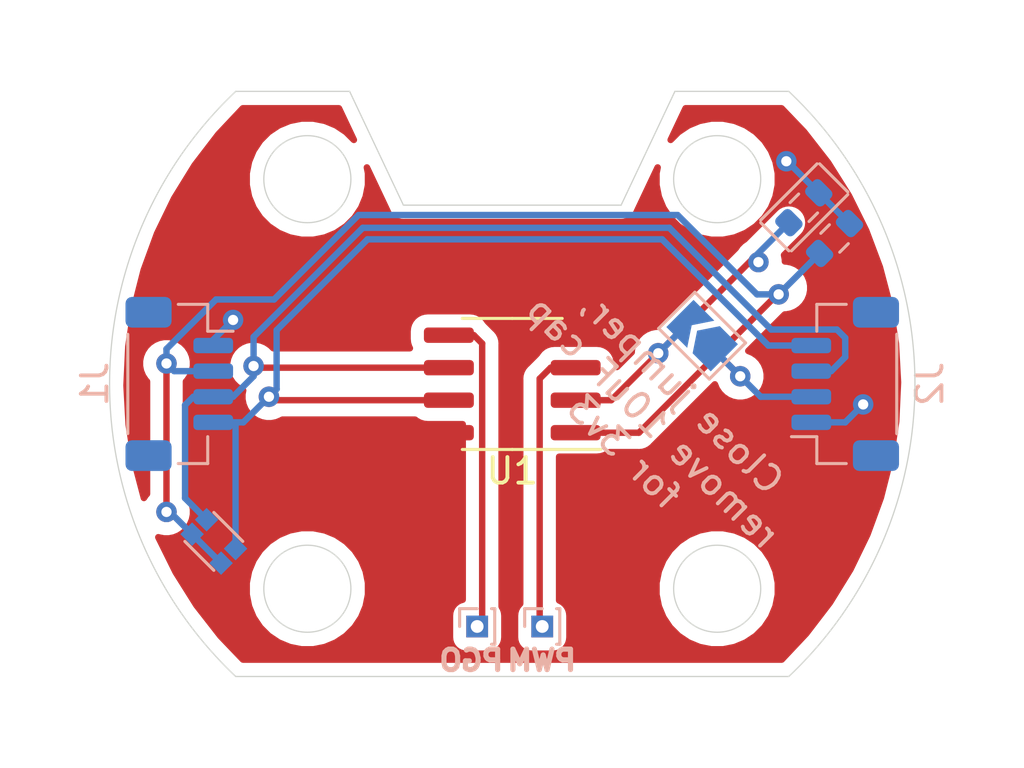
<source format=kicad_pcb>
(kicad_pcb (version 20171130) (host pcbnew "(5.1.10)-1")

  (general
    (thickness 1.6)
    (drawings 31)
    (tracks 86)
    (zones 0)
    (modules 9)
    (nets 8)
  )

  (page A4)
  (layers
    (0 F.Cu signal)
    (31 B.Cu signal)
    (32 B.Adhes user)
    (33 F.Adhes user)
    (34 B.Paste user)
    (35 F.Paste user)
    (36 B.SilkS user)
    (37 F.SilkS user)
    (38 B.Mask user)
    (39 F.Mask user)
    (40 Dwgs.User user hide)
    (41 Cmts.User user)
    (42 Eco1.User user)
    (43 Eco2.User user)
    (44 Edge.Cuts user)
    (45 Margin user)
    (46 B.CrtYd user)
    (47 F.CrtYd user)
    (48 B.Fab user hide)
    (49 F.Fab user hide)
  )

  (setup
    (last_trace_width 0.25)
    (trace_clearance 0.2)
    (zone_clearance 0.508)
    (zone_45_only no)
    (trace_min 0.2)
    (via_size 0.8)
    (via_drill 0.4)
    (via_min_size 0.4)
    (via_min_drill 0.3)
    (uvia_size 0.4)
    (uvia_drill 0.2)
    (uvias_allowed no)
    (uvia_min_size 0.2)
    (uvia_min_drill 0.1)
    (edge_width 0.05)
    (segment_width 0.2)
    (pcb_text_width 0.3)
    (pcb_text_size 1.5 1.5)
    (mod_edge_width 0.12)
    (mod_text_size 1 1)
    (mod_text_width 0.15)
    (pad_size 0.65 0.65)
    (pad_drill 0)
    (pad_to_mask_clearance 0)
    (aux_axis_origin 0 0)
    (visible_elements 7FFFF7FF)
    (pcbplotparams
      (layerselection 0x010fc_ffffffff)
      (usegerberextensions false)
      (usegerberattributes true)
      (usegerberadvancedattributes true)
      (creategerberjobfile true)
      (excludeedgelayer true)
      (linewidth 0.100000)
      (plotframeref false)
      (viasonmask false)
      (mode 1)
      (useauxorigin false)
      (hpglpennumber 1)
      (hpglpenspeed 20)
      (hpglpendiameter 15.000000)
      (psnegative false)
      (psa4output false)
      (plotreference true)
      (plotvalue true)
      (plotinvisibletext false)
      (padsonsilk false)
      (subtractmaskfromsilk false)
      (outputformat 1)
      (mirror false)
      (drillshape 1)
      (scaleselection 1)
      (outputdirectory ""))
  )

  (net 0 "")
  (net 1 GND)
  (net 2 VCC)
  (net 3 SDA)
  (net 4 SCL)
  (net 5 /3V3)
  (net 6 PWM)
  (net 7 PGO)

  (net_class Default "This is the default net class."
    (clearance 0.2)
    (trace_width 0.25)
    (via_dia 0.8)
    (via_drill 0.4)
    (uvia_dia 0.4)
    (uvia_drill 0.2)
    (add_net /3V3)
    (add_net GND)
    (add_net PGO)
    (add_net PWM)
    (add_net SCL)
    (add_net SDA)
    (add_net VCC)
  )

  (module Local:EXB34V (layer B.Cu) (tedit 61BD1235) (tstamp 61BD0E01)
    (at 145.968528 107.401472 45)
    (descr "EXB-34V resistor array")
    (attr smd)
    (fp_text reference R1-R2 (at 0.002082 -1.484924 45) (layer B.SilkS) hide
      (effects (font (size 1 1) (thickness 0.15)) (justify mirror))
    )
    (fp_text value EXB34V (at 0 -2.4 45) (layer B.Fab) hide
      (effects (font (size 1 1) (thickness 0.15)) (justify mirror))
    )
    (fp_line (start 0.8 -0.8) (end 0.8 0.8) (layer B.SilkS) (width 0.12))
    (fp_line (start -0.8 0.8) (end -0.8 -0.8) (layer B.SilkS) (width 0.12))
    (pad 4 smd rect (at 0.4 -0.8 45) (size 0.65 0.65) (layers B.Cu B.Paste B.Mask)
      (net 3 SDA))
    (pad 3 smd rect (at -0.4 -0.8 45) (size 0.65 0.65) (layers B.Cu B.Paste B.Mask)
      (net 2 VCC))
    (pad 2 smd rect (at 0.4 0.8 45) (size 0.65 0.65) (layers B.Cu B.Paste B.Mask)
      (net 4 SCL))
    (pad 1 smd rect (at -0.4 0.8 45) (size 0.65 0.65) (layers B.Cu B.Paste B.Mask)
      (net 2 VCC))
  )

  (module Connector_PinHeader_1.00mm:PinHeader_1x01_P1.00mm_Vertical (layer B.Cu) (tedit 59FED738) (tstamp 61BCA54C)
    (at 156.25 110.725 270)
    (descr "Through hole straight pin header, 1x01, 1.00mm pitch, single row")
    (tags "Through hole pin header THT 1x01 1.00mm single row")
    (path /61BCAE5D)
    (fp_text reference TP2 (at 0 1.56 90) (layer B.SilkS) hide
      (effects (font (size 1 1) (thickness 0.15)) (justify mirror))
    )
    (fp_text value PROGRAM (at 0 -1.56 90) (layer B.Fab) hide
      (effects (font (size 1 1) (thickness 0.15)) (justify mirror))
    )
    (fp_text user %R (at 0 0 180) (layer B.Fab) hide
      (effects (font (size 0.76 0.76) (thickness 0.114)) (justify mirror))
    )
    (fp_line (start -0.3175 0.5) (end 0.635 0.5) (layer B.Fab) (width 0.1))
    (fp_line (start 0.635 0.5) (end 0.635 -0.5) (layer B.Fab) (width 0.1))
    (fp_line (start 0.635 -0.5) (end -0.635 -0.5) (layer B.Fab) (width 0.1))
    (fp_line (start -0.635 -0.5) (end -0.635 0.1825) (layer B.Fab) (width 0.1))
    (fp_line (start -0.635 0.1825) (end -0.3175 0.5) (layer B.Fab) (width 0.1))
    (fp_line (start -0.695 -0.685) (end 0.695 -0.685) (layer B.SilkS) (width 0.12))
    (fp_line (start -0.695 -0.685) (end -0.695 -0.56) (layer B.SilkS) (width 0.12))
    (fp_line (start 0.695 -0.685) (end 0.695 -0.56) (layer B.SilkS) (width 0.12))
    (fp_line (start -0.695 -0.685) (end -0.608276 -0.685) (layer B.SilkS) (width 0.12))
    (fp_line (start 0.608276 -0.685) (end 0.695 -0.685) (layer B.SilkS) (width 0.12))
    (fp_line (start -0.695 0) (end -0.695 0.685) (layer B.SilkS) (width 0.12))
    (fp_line (start -0.695 0.685) (end 0 0.685) (layer B.SilkS) (width 0.12))
    (fp_line (start -1.15 1) (end -1.15 -1) (layer B.CrtYd) (width 0.05))
    (fp_line (start -1.15 -1) (end 1.15 -1) (layer B.CrtYd) (width 0.05))
    (fp_line (start 1.15 -1) (end 1.15 1) (layer B.CrtYd) (width 0.05))
    (fp_line (start 1.15 1) (end -1.15 1) (layer B.CrtYd) (width 0.05))
    (pad 1 thru_hole rect (at 0 0 270) (size 0.85 0.85) (drill 0.5) (layers *.Cu *.Mask)
      (net 7 PGO))
    (model ${KISYS3DMOD}/Connector_PinHeader_1.00mm.3dshapes/PinHeader_1x01_P1.00mm_Vertical.wrl
      (at (xyz 0 0 0))
      (scale (xyz 1 1 1))
      (rotate (xyz 0 0 0))
    )
  )

  (module Connector_PinHeader_1.00mm:PinHeader_1x01_P1.00mm_Vertical (layer B.Cu) (tedit 59FED738) (tstamp 61BCA536)
    (at 158.79 110.725 270)
    (descr "Through hole straight pin header, 1x01, 1.00mm pitch, single row")
    (tags "Through hole pin header THT 1x01 1.00mm single row")
    (path /61BCDD4B)
    (fp_text reference TP1 (at 0 1.56 90) (layer B.SilkS) hide
      (effects (font (size 1 1) (thickness 0.15)) (justify mirror))
    )
    (fp_text value PWM (at 0 -1.56 90) (layer B.Fab) hide
      (effects (font (size 1 1) (thickness 0.15)) (justify mirror))
    )
    (fp_text user %R (at 0 0 180) (layer B.Fab) hide
      (effects (font (size 0.76 0.76) (thickness 0.114)) (justify mirror))
    )
    (fp_line (start -0.3175 0.5) (end 0.635 0.5) (layer B.Fab) (width 0.1))
    (fp_line (start 0.635 0.5) (end 0.635 -0.5) (layer B.Fab) (width 0.1))
    (fp_line (start 0.635 -0.5) (end -0.635 -0.5) (layer B.Fab) (width 0.1))
    (fp_line (start -0.635 -0.5) (end -0.635 0.1825) (layer B.Fab) (width 0.1))
    (fp_line (start -0.635 0.1825) (end -0.3175 0.5) (layer B.Fab) (width 0.1))
    (fp_line (start -0.695 -0.685) (end 0.695 -0.685) (layer B.SilkS) (width 0.12))
    (fp_line (start -0.695 -0.685) (end -0.695 -0.56) (layer B.SilkS) (width 0.12))
    (fp_line (start 0.695 -0.685) (end 0.695 -0.56) (layer B.SilkS) (width 0.12))
    (fp_line (start -0.695 -0.685) (end -0.608276 -0.685) (layer B.SilkS) (width 0.12))
    (fp_line (start 0.608276 -0.685) (end 0.695 -0.685) (layer B.SilkS) (width 0.12))
    (fp_line (start -0.695 0) (end -0.695 0.685) (layer B.SilkS) (width 0.12))
    (fp_line (start -0.695 0.685) (end 0 0.685) (layer B.SilkS) (width 0.12))
    (fp_line (start -1.15 1) (end -1.15 -1) (layer B.CrtYd) (width 0.05))
    (fp_line (start -1.15 -1) (end 1.15 -1) (layer B.CrtYd) (width 0.05))
    (fp_line (start 1.15 -1) (end 1.15 1) (layer B.CrtYd) (width 0.05))
    (fp_line (start 1.15 1) (end -1.15 1) (layer B.CrtYd) (width 0.05))
    (pad 1 thru_hole rect (at 0 0 270) (size 0.85 0.85) (drill 0.5) (layers *.Cu *.Mask)
      (net 6 PWM))
    (model ${KISYS3DMOD}/Connector_PinHeader_1.00mm.3dshapes/PinHeader_1x01_P1.00mm_Vertical.wrl
      (at (xyz 0 0 0))
      (scale (xyz 1 1 1))
      (rotate (xyz 0 0 0))
    )
  )

  (module Jumper:SolderJumper-2_P1.3mm_Open_TrianglePad1.0x1.5mm (layer B.Cu) (tedit 5A64794F) (tstamp 61BBD19C)
    (at 165.032652 99.362652 135)
    (descr "SMD Solder Jumper, 1x1.5mm Triangular Pads, 0.3mm gap, open")
    (tags "solder jumper open")
    (path /61C58611)
    (attr virtual)
    (fp_text reference JP1 (at -2.525 0 45) (layer B.SilkS) hide
      (effects (font (size 1 1) (thickness 0.15)) (justify mirror))
    )
    (fp_text value ~3v3 (at 0 -1.9 135) (layer B.Fab) hide
      (effects (font (size 1 1) (thickness 0.15)) (justify mirror))
    )
    (fp_line (start 1.65 -1.25) (end -1.65 -1.25) (layer B.CrtYd) (width 0.05))
    (fp_line (start 1.65 -1.25) (end 1.65 1.25) (layer B.CrtYd) (width 0.05))
    (fp_line (start -1.65 1.25) (end -1.65 -1.25) (layer B.CrtYd) (width 0.05))
    (fp_line (start -1.65 1.25) (end 1.65 1.25) (layer B.CrtYd) (width 0.05))
    (fp_line (start -1.4 1) (end 1.4 1) (layer B.SilkS) (width 0.12))
    (fp_line (start 1.4 1) (end 1.4 -1) (layer B.SilkS) (width 0.12))
    (fp_line (start 1.4 -1) (end -1.4 -1) (layer B.SilkS) (width 0.12))
    (fp_line (start -1.4 -1) (end -1.4 1) (layer B.SilkS) (width 0.12))
    (pad 2 smd custom (at 0.725 0 135) (size 0.3 0.3) (layers B.Cu B.Mask)
      (net 5 /3V3) (zone_connect 2)
      (options (clearance outline) (anchor rect))
      (primitives
        (gr_poly (pts
           (xy -0.65 0.75) (xy 0.5 0.75) (xy 0.5 -0.75) (xy -0.65 -0.75) (xy -0.15 0)
) (width 0))
      ))
    (pad 1 smd custom (at -0.725 0 135) (size 0.3 0.3) (layers B.Cu B.Mask)
      (net 2 VCC) (zone_connect 2)
      (options (clearance outline) (anchor rect))
      (primitives
        (gr_poly (pts
           (xy -0.5 0.75) (xy 0.5 0.75) (xy 1 0) (xy 0.5 -0.75) (xy -0.5 -0.75)
) (width 0))
      ))
  )

  (module Resistor_SMD:R_0603_1608Metric (layer B.Cu) (tedit 5F68FEEE) (tstamp 61BB9ECF)
    (at 169.003363 94.366637 45)
    (descr "Resistor SMD 0603 (1608 Metric), square (rectangular) end terminal, IPC_7351 nominal, (Body size source: IPC-SM-782 page 72, https://www.pcb-3d.com/wordpress/wp-content/uploads/ipc-sm-782a_amendment_1_and_2.pdf), generated with kicad-footprint-generator")
    (tags resistor)
    (path /61BCC6DC)
    (attr smd)
    (fp_text reference C3 (at -2.475 0 135) (layer B.SilkS) hide
      (effects (font (size 1 1) (thickness 0.15)) (justify mirror))
    )
    (fp_text value ~10uF (at 0 -1.43 45) (layer B.Fab)
      (effects (font (size 1 1) (thickness 0.15)) (justify mirror))
    )
    (fp_line (start 1.48 -0.73) (end -1.48 -0.73) (layer B.CrtYd) (width 0.05))
    (fp_line (start 1.48 0.73) (end 1.48 -0.73) (layer B.CrtYd) (width 0.05))
    (fp_line (start -1.48 0.73) (end 1.48 0.73) (layer B.CrtYd) (width 0.05))
    (fp_line (start -1.48 -0.73) (end -1.48 0.73) (layer B.CrtYd) (width 0.05))
    (fp_line (start -0.237258 -0.5225) (end 0.237258 -0.5225) (layer B.SilkS) (width 0.12))
    (fp_line (start -0.237258 0.5225) (end 0.237258 0.5225) (layer B.SilkS) (width 0.12))
    (fp_line (start 0.8 -0.4125) (end -0.8 -0.4125) (layer B.Fab) (width 0.1))
    (fp_line (start 0.8 0.4125) (end 0.8 -0.4125) (layer B.Fab) (width 0.1))
    (fp_line (start -0.8 0.4125) (end 0.8 0.4125) (layer B.Fab) (width 0.1))
    (fp_line (start -0.8 -0.4125) (end -0.8 0.4125) (layer B.Fab) (width 0.1))
    (fp_text user %R (at 0 0 45) (layer B.Fab) hide
      (effects (font (size 0.4 0.4) (thickness 0.06)) (justify mirror))
    )
    (pad 2 smd roundrect (at 0.825 0 45) (size 0.8 0.95) (layers B.Cu B.Paste B.Mask) (roundrect_rratio 0.25)
      (net 1 GND))
    (pad 1 smd roundrect (at -0.825 0 45) (size 0.8 0.95) (layers B.Cu B.Paste B.Mask) (roundrect_rratio 0.25)
      (net 5 /3V3))
    (model ${KISYS3DMOD}/Resistor_SMD.3dshapes/R_0603_1608Metric.wrl
      (at (xyz 0 0 0))
      (scale (xyz 1 1 1))
      (rotate (xyz 0 0 0))
    )
  )

  (module Resistor_SMD:R_0603_1608Metric (layer B.Cu) (tedit 5F68FEEE) (tstamp 61BBAC92)
    (at 170.203363 95.566637 225)
    (descr "Resistor SMD 0603 (1608 Metric), square (rectangular) end terminal, IPC_7351 nominal, (Body size source: IPC-SM-782 page 72, https://www.pcb-3d.com/wordpress/wp-content/uploads/ipc-sm-782a_amendment_1_and_2.pdf), generated with kicad-footprint-generator")
    (tags resistor)
    (path /61BC851F)
    (attr smd)
    (fp_text reference C2 (at 2.325 0 135) (layer B.SilkS) hide
      (effects (font (size 1 1) (thickness 0.15)) (justify mirror))
    )
    (fp_text value 0.1uF (at 0 -1.43 45) (layer B.Fab)
      (effects (font (size 1 1) (thickness 0.15)) (justify mirror))
    )
    (fp_line (start 1.48 -0.73) (end -1.48 -0.73) (layer B.CrtYd) (width 0.05))
    (fp_line (start 1.48 0.73) (end 1.48 -0.73) (layer B.CrtYd) (width 0.05))
    (fp_line (start -1.48 0.73) (end 1.48 0.73) (layer B.CrtYd) (width 0.05))
    (fp_line (start -1.48 -0.73) (end -1.48 0.73) (layer B.CrtYd) (width 0.05))
    (fp_line (start -0.237258 -0.5225) (end 0.237258 -0.5225) (layer B.SilkS) (width 0.12))
    (fp_line (start -0.237258 0.5225) (end 0.237258 0.5225) (layer B.SilkS) (width 0.12))
    (fp_line (start 0.8 -0.4125) (end -0.8 -0.4125) (layer B.Fab) (width 0.1))
    (fp_line (start 0.8 0.4125) (end 0.8 -0.4125) (layer B.Fab) (width 0.1))
    (fp_line (start -0.8 0.4125) (end 0.8 0.4125) (layer B.Fab) (width 0.1))
    (fp_line (start -0.8 -0.4125) (end -0.8 0.4125) (layer B.Fab) (width 0.1))
    (fp_text user %R (at 0 0 45) (layer B.Fab) hide
      (effects (font (size 0.4 0.4) (thickness 0.06)) (justify mirror))
    )
    (pad 2 smd roundrect (at 0.825 0 225) (size 0.8 0.95) (layers B.Cu B.Paste B.Mask) (roundrect_rratio 0.25)
      (net 2 VCC))
    (pad 1 smd roundrect (at -0.825 0 225) (size 0.8 0.95) (layers B.Cu B.Paste B.Mask) (roundrect_rratio 0.25)
      (net 1 GND))
    (model ${KISYS3DMOD}/Resistor_SMD.3dshapes/R_0603_1608Metric.wrl
      (at (xyz 0 0 0))
      (scale (xyz 1 1 1))
      (rotate (xyz 0 0 0))
    )
  )

  (module Package_SO:SOIC-8_3.9x4.9mm_P1.27mm (layer F.Cu) (tedit 5D9F72B1) (tstamp 61BB9F61)
    (at 157.62 101.25 180)
    (descr "SOIC, 8 Pin (JEDEC MS-012AA, https://www.analog.com/media/en/package-pcb-resources/package/pkg_pdf/soic_narrow-r/r_8.pdf), generated with kicad-footprint-generator ipc_gullwing_generator.py")
    (tags "SOIC SO")
    (path /61BBB42F)
    (attr smd)
    (fp_text reference U1 (at 0 -3.4) (layer F.SilkS)
      (effects (font (size 1 1) (thickness 0.15)))
    )
    (fp_text value AS5600 (at 0 3.4) (layer F.Fab)
      (effects (font (size 1 1) (thickness 0.15)))
    )
    (fp_text user %R (at 0 0) (layer F.Fab)
      (effects (font (size 0.98 0.98) (thickness 0.15)))
    )
    (fp_line (start 0 2.56) (end 1.95 2.56) (layer F.SilkS) (width 0.12))
    (fp_line (start 0 2.56) (end -1.95 2.56) (layer F.SilkS) (width 0.12))
    (fp_line (start 0 -2.56) (end 1.95 -2.56) (layer F.SilkS) (width 0.12))
    (fp_line (start 0 -2.56) (end -3.45 -2.56) (layer F.SilkS) (width 0.12))
    (fp_line (start -0.975 -2.45) (end 1.95 -2.45) (layer F.Fab) (width 0.1))
    (fp_line (start 1.95 -2.45) (end 1.95 2.45) (layer F.Fab) (width 0.1))
    (fp_line (start 1.95 2.45) (end -1.95 2.45) (layer F.Fab) (width 0.1))
    (fp_line (start -1.95 2.45) (end -1.95 -1.475) (layer F.Fab) (width 0.1))
    (fp_line (start -1.95 -1.475) (end -0.975 -2.45) (layer F.Fab) (width 0.1))
    (fp_line (start -3.7 -2.7) (end -3.7 2.7) (layer F.CrtYd) (width 0.05))
    (fp_line (start -3.7 2.7) (end 3.7 2.7) (layer F.CrtYd) (width 0.05))
    (fp_line (start 3.7 2.7) (end 3.7 -2.7) (layer F.CrtYd) (width 0.05))
    (fp_line (start 3.7 -2.7) (end -3.7 -2.7) (layer F.CrtYd) (width 0.05))
    (pad 1 smd roundrect (at -2.475 -1.905 180) (size 1.95 0.6) (layers F.Cu F.Paste F.Mask) (roundrect_rratio 0.25)
      (net 2 VCC))
    (pad 2 smd roundrect (at -2.475 -0.635 180) (size 1.95 0.6) (layers F.Cu F.Paste F.Mask) (roundrect_rratio 0.25)
      (net 5 /3V3))
    (pad 3 smd roundrect (at -2.475 0.635 180) (size 1.95 0.6) (layers F.Cu F.Paste F.Mask) (roundrect_rratio 0.25)
      (net 6 PWM))
    (pad 4 smd roundrect (at -2.475 1.905 180) (size 1.95 0.6) (layers F.Cu F.Paste F.Mask) (roundrect_rratio 0.25)
      (net 1 GND))
    (pad 5 smd roundrect (at 2.475 1.905 180) (size 1.95 0.6) (layers F.Cu F.Paste F.Mask) (roundrect_rratio 0.25)
      (net 7 PGO))
    (pad 6 smd roundrect (at 2.475 0.635 180) (size 1.95 0.6) (layers F.Cu F.Paste F.Mask) (roundrect_rratio 0.25)
      (net 3 SDA))
    (pad 7 smd roundrect (at 2.475 -0.635 180) (size 1.95 0.6) (layers F.Cu F.Paste F.Mask) (roundrect_rratio 0.25)
      (net 4 SCL))
    (pad 8 smd roundrect (at 2.475 -1.905 180) (size 1.95 0.6) (layers F.Cu F.Paste F.Mask) (roundrect_rratio 0.25)
      (net 1 GND))
    (model ${KISYS3DMOD}/Package_SO.3dshapes/SOIC-8_3.9x4.9mm_P1.27mm.wrl
      (at (xyz 0 0 0))
      (scale (xyz 1 1 1))
      (rotate (xyz 0 0 0))
    )
  )

  (module Connector_JST:JST_SH_BM04B-SRSS-TB_1x04-1MP_P1.00mm_Vertical (layer B.Cu) (tedit 5B78AD87) (tstamp 61BB9F25)
    (at 170.62 101.25 90)
    (descr "JST SH series connector, BM04B-SRSS-TB (http://www.jst-mfg.com/product/pdf/eng/eSH.pdf), generated with kicad-footprint-generator")
    (tags "connector JST SH side entry")
    (path /61BC4132)
    (attr smd)
    (fp_text reference J2 (at 0 3.3 90) (layer B.SilkS)
      (effects (font (size 1 1) (thickness 0.15)) (justify mirror))
    )
    (fp_text value Conn_01x04 (at 0 -3.3 90) (layer B.Fab)
      (effects (font (size 1 1) (thickness 0.15)) (justify mirror))
    )
    (fp_text user %R (at 0 0.25 90) (layer B.Fab)
      (effects (font (size 1 1) (thickness 0.15)) (justify mirror))
    )
    (fp_line (start -3 -1) (end 3 -1) (layer B.Fab) (width 0.1))
    (fp_line (start -3.11 0.04) (end -3.11 -1.11) (layer B.SilkS) (width 0.12))
    (fp_line (start -3.11 -1.11) (end -2.06 -1.11) (layer B.SilkS) (width 0.12))
    (fp_line (start -2.06 -1.11) (end -2.06 -2.1) (layer B.SilkS) (width 0.12))
    (fp_line (start 3.11 0.04) (end 3.11 -1.11) (layer B.SilkS) (width 0.12))
    (fp_line (start 3.11 -1.11) (end 2.06 -1.11) (layer B.SilkS) (width 0.12))
    (fp_line (start -1.94 2.01) (end 1.94 2.01) (layer B.SilkS) (width 0.12))
    (fp_line (start -3 1.9) (end 3 1.9) (layer B.Fab) (width 0.1))
    (fp_line (start -3 -1) (end -3 1.9) (layer B.Fab) (width 0.1))
    (fp_line (start 3 -1) (end 3 1.9) (layer B.Fab) (width 0.1))
    (fp_line (start -1.65 1.55) (end -1.65 0.95) (layer B.Fab) (width 0.1))
    (fp_line (start -1.65 0.95) (end -1.35 0.95) (layer B.Fab) (width 0.1))
    (fp_line (start -1.35 0.95) (end -1.35 1.55) (layer B.Fab) (width 0.1))
    (fp_line (start -1.35 1.55) (end -1.65 1.55) (layer B.Fab) (width 0.1))
    (fp_line (start -0.65 1.55) (end -0.65 0.95) (layer B.Fab) (width 0.1))
    (fp_line (start -0.65 0.95) (end -0.35 0.95) (layer B.Fab) (width 0.1))
    (fp_line (start -0.35 0.95) (end -0.35 1.55) (layer B.Fab) (width 0.1))
    (fp_line (start -0.35 1.55) (end -0.65 1.55) (layer B.Fab) (width 0.1))
    (fp_line (start 0.35 1.55) (end 0.35 0.95) (layer B.Fab) (width 0.1))
    (fp_line (start 0.35 0.95) (end 0.65 0.95) (layer B.Fab) (width 0.1))
    (fp_line (start 0.65 0.95) (end 0.65 1.55) (layer B.Fab) (width 0.1))
    (fp_line (start 0.65 1.55) (end 0.35 1.55) (layer B.Fab) (width 0.1))
    (fp_line (start 1.35 1.55) (end 1.35 0.95) (layer B.Fab) (width 0.1))
    (fp_line (start 1.35 0.95) (end 1.65 0.95) (layer B.Fab) (width 0.1))
    (fp_line (start 1.65 0.95) (end 1.65 1.55) (layer B.Fab) (width 0.1))
    (fp_line (start 1.65 1.55) (end 1.35 1.55) (layer B.Fab) (width 0.1))
    (fp_line (start -3.9 2.6) (end -3.9 -2.6) (layer B.CrtYd) (width 0.05))
    (fp_line (start -3.9 -2.6) (end 3.9 -2.6) (layer B.CrtYd) (width 0.05))
    (fp_line (start 3.9 -2.6) (end 3.9 2.6) (layer B.CrtYd) (width 0.05))
    (fp_line (start 3.9 2.6) (end -3.9 2.6) (layer B.CrtYd) (width 0.05))
    (fp_line (start -2 -1) (end -1.5 -0.292893) (layer B.Fab) (width 0.1))
    (fp_line (start -1.5 -0.292893) (end -1 -1) (layer B.Fab) (width 0.1))
    (pad 1 smd roundrect (at -1.5 -1.325 90) (size 0.6 1.55) (layers B.Cu B.Paste B.Mask) (roundrect_rratio 0.25)
      (net 1 GND))
    (pad 2 smd roundrect (at -0.5 -1.325 90) (size 0.6 1.55) (layers B.Cu B.Paste B.Mask) (roundrect_rratio 0.25)
      (net 2 VCC))
    (pad 3 smd roundrect (at 0.5 -1.325 90) (size 0.6 1.55) (layers B.Cu B.Paste B.Mask) (roundrect_rratio 0.25)
      (net 3 SDA))
    (pad 4 smd roundrect (at 1.5 -1.325 90) (size 0.6 1.55) (layers B.Cu B.Paste B.Mask) (roundrect_rratio 0.25)
      (net 4 SCL))
    (pad MP smd roundrect (at -2.8 1.2 90) (size 1.2 1.8) (layers B.Cu B.Paste B.Mask) (roundrect_rratio 0.208333))
    (pad MP smd roundrect (at 2.8 1.2 90) (size 1.2 1.8) (layers B.Cu B.Paste B.Mask) (roundrect_rratio 0.208333))
    (model ${KISYS3DMOD}/Connector_JST.3dshapes/JST_SH_BM04B-SRSS-TB_1x04-1MP_P1.00mm_Vertical.wrl
      (at (xyz 0 0 0))
      (scale (xyz 1 1 1))
      (rotate (xyz 0 0 0))
    )
  )

  (module Connector_JST:JST_SH_BM04B-SRSS-TB_1x04-1MP_P1.00mm_Vertical (layer B.Cu) (tedit 5B78AD87) (tstamp 61BB9EFA)
    (at 144.62 101.25 270)
    (descr "JST SH series connector, BM04B-SRSS-TB (http://www.jst-mfg.com/product/pdf/eng/eSH.pdf), generated with kicad-footprint-generator")
    (tags "connector JST SH side entry")
    (path /61BC6AD6)
    (attr smd)
    (fp_text reference J1 (at 0 3.3 90) (layer B.SilkS)
      (effects (font (size 1 1) (thickness 0.15)) (justify mirror))
    )
    (fp_text value Conn_01x04 (at 0 -3.3 90) (layer B.Fab)
      (effects (font (size 1 1) (thickness 0.15)) (justify mirror))
    )
    (fp_text user %R (at 0 0.25 90) (layer B.Fab)
      (effects (font (size 1 1) (thickness 0.15)) (justify mirror))
    )
    (fp_line (start -3 -1) (end 3 -1) (layer B.Fab) (width 0.1))
    (fp_line (start -3.11 0.04) (end -3.11 -1.11) (layer B.SilkS) (width 0.12))
    (fp_line (start -3.11 -1.11) (end -2.06 -1.11) (layer B.SilkS) (width 0.12))
    (fp_line (start -2.06 -1.11) (end -2.06 -2.1) (layer B.SilkS) (width 0.12))
    (fp_line (start 3.11 0.04) (end 3.11 -1.11) (layer B.SilkS) (width 0.12))
    (fp_line (start 3.11 -1.11) (end 2.06 -1.11) (layer B.SilkS) (width 0.12))
    (fp_line (start -1.94 2.01) (end 1.94 2.01) (layer B.SilkS) (width 0.12))
    (fp_line (start -3 1.9) (end 3 1.9) (layer B.Fab) (width 0.1))
    (fp_line (start -3 -1) (end -3 1.9) (layer B.Fab) (width 0.1))
    (fp_line (start 3 -1) (end 3 1.9) (layer B.Fab) (width 0.1))
    (fp_line (start -1.65 1.55) (end -1.65 0.95) (layer B.Fab) (width 0.1))
    (fp_line (start -1.65 0.95) (end -1.35 0.95) (layer B.Fab) (width 0.1))
    (fp_line (start -1.35 0.95) (end -1.35 1.55) (layer B.Fab) (width 0.1))
    (fp_line (start -1.35 1.55) (end -1.65 1.55) (layer B.Fab) (width 0.1))
    (fp_line (start -0.65 1.55) (end -0.65 0.95) (layer B.Fab) (width 0.1))
    (fp_line (start -0.65 0.95) (end -0.35 0.95) (layer B.Fab) (width 0.1))
    (fp_line (start -0.35 0.95) (end -0.35 1.55) (layer B.Fab) (width 0.1))
    (fp_line (start -0.35 1.55) (end -0.65 1.55) (layer B.Fab) (width 0.1))
    (fp_line (start 0.35 1.55) (end 0.35 0.95) (layer B.Fab) (width 0.1))
    (fp_line (start 0.35 0.95) (end 0.65 0.95) (layer B.Fab) (width 0.1))
    (fp_line (start 0.65 0.95) (end 0.65 1.55) (layer B.Fab) (width 0.1))
    (fp_line (start 0.65 1.55) (end 0.35 1.55) (layer B.Fab) (width 0.1))
    (fp_line (start 1.35 1.55) (end 1.35 0.95) (layer B.Fab) (width 0.1))
    (fp_line (start 1.35 0.95) (end 1.65 0.95) (layer B.Fab) (width 0.1))
    (fp_line (start 1.65 0.95) (end 1.65 1.55) (layer B.Fab) (width 0.1))
    (fp_line (start 1.65 1.55) (end 1.35 1.55) (layer B.Fab) (width 0.1))
    (fp_line (start -3.9 2.6) (end -3.9 -2.6) (layer B.CrtYd) (width 0.05))
    (fp_line (start -3.9 -2.6) (end 3.9 -2.6) (layer B.CrtYd) (width 0.05))
    (fp_line (start 3.9 -2.6) (end 3.9 2.6) (layer B.CrtYd) (width 0.05))
    (fp_line (start 3.9 2.6) (end -3.9 2.6) (layer B.CrtYd) (width 0.05))
    (fp_line (start -2 -1) (end -1.5 -0.292893) (layer B.Fab) (width 0.1))
    (fp_line (start -1.5 -0.292893) (end -1 -1) (layer B.Fab) (width 0.1))
    (pad 1 smd roundrect (at -1.5 -1.325 270) (size 0.6 1.55) (layers B.Cu B.Paste B.Mask) (roundrect_rratio 0.25)
      (net 1 GND))
    (pad 2 smd roundrect (at -0.5 -1.325 270) (size 0.6 1.55) (layers B.Cu B.Paste B.Mask) (roundrect_rratio 0.25)
      (net 2 VCC))
    (pad 3 smd roundrect (at 0.5 -1.325 270) (size 0.6 1.55) (layers B.Cu B.Paste B.Mask) (roundrect_rratio 0.25)
      (net 3 SDA))
    (pad 4 smd roundrect (at 1.5 -1.325 270) (size 0.6 1.55) (layers B.Cu B.Paste B.Mask) (roundrect_rratio 0.25)
      (net 4 SCL))
    (pad MP smd roundrect (at -2.8 1.2 270) (size 1.2 1.8) (layers B.Cu B.Paste B.Mask) (roundrect_rratio 0.208333))
    (pad MP smd roundrect (at 2.8 1.2 270) (size 1.2 1.8) (layers B.Cu B.Paste B.Mask) (roundrect_rratio 0.208333))
    (model ${KISYS3DMOD}/Connector_JST.3dshapes/JST_SH_BM04B-SRSS-TB_1x04-1MP_P1.00mm_Vertical.wrl
      (at (xyz 0 0 0))
      (scale (xyz 1 1 1))
      (rotate (xyz 0 0 0))
    )
  )

  (gr_line (start 168.42 96.05) (end 167.32 94.95) (layer B.SilkS) (width 0.12))
  (gr_line (start 169.62 92.65) (end 170.72 93.75) (layer B.SilkS) (width 0.12))
  (gr_line (start 170.72 93.85) (end 168.52 96.05) (layer B.SilkS) (width 0.12))
  (gr_line (start 167.32 94.85) (end 169.52 92.65) (layer B.SilkS) (width 0.12))
  (gr_text "Close jumper,\nremove 10uF cap\nfor 3v3" (at 163.12 102.75 -45) (layer B.SilkS)
    (effects (font (size 1 1) (thickness 0.15)) (justify mirror))
  )
  (gr_arc (start 157.62 101.25) (end 146.825 89.82) (angle -93.27315408) (layer Edge.Cuts) (width 0.05))
  (gr_arc (start 157.62 101.25) (end 168.415 112.68) (angle -93.27315408) (layer Edge.Cuts) (width 0.05))
  (gr_line (start 168.415 112.68) (end 146.825 112.68) (layer Edge.Cuts) (width 0.05))
  (gr_line (start 151.27 89.82) (end 146.825 89.82) (layer Edge.Cuts) (width 0.05))
  (gr_line (start 153.37 94.265) (end 151.27 89.82) (layer Edge.Cuts) (width 0.05))
  (gr_line (start 163.97 89.82) (end 168.415 89.82) (layer Edge.Cuts) (width 0.05))
  (gr_line (start 161.87 94.265) (end 163.97 89.82) (layer Edge.Cuts) (width 0.05))
  (gr_line (start 153.37 94.265) (end 161.87 94.265) (layer Edge.Cuts) (width 0.05))
  (gr_circle (center 0 0) (end 18.415 -11.43) (layer Dwgs.User) (width 0.15))
  (gr_text PGO (at 156.02 112.05) (layer B.SilkS) (tstamp 61BCA8A9)
    (effects (font (size 0.8 0.8) (thickness 0.2)) (justify mirror))
  )
  (gr_text PWM (at 158.77 112.05) (layer B.SilkS) (tstamp 61BCA8A9)
    (effects (font (size 0.8 0.8) (thickness 0.2)) (justify mirror))
  )
  (gr_circle (center 0 0) (end 5.5 -3.75) (layer Dwgs.User) (width 0.15))
  (gr_circle (center 149.62 109.25) (end 151.32 109.25) (layer Edge.Cuts) (width 0.05) (tstamp 61BBB376))
  (gr_circle (center 165.62 109.25) (end 167.32 109.25) (layer Edge.Cuts) (width 0.05) (tstamp 61BBB376))
  (gr_circle (center 165.62 93.25) (end 167.32 93.25) (layer Edge.Cuts) (width 0.05) (tstamp 61BBB376))
  (gr_circle (center 149.62 93.25) (end 151.32 93.25) (layer Edge.Cuts) (width 0.05) (tstamp 61BBB376))
  (gr_line (start -10 -10) (end 10 -10) (layer Dwgs.User) (width 0.15) (tstamp 61BBB361))
  (gr_circle (center -8 -8) (end -6.3 -8) (layer Dwgs.User) (width 0.15) (tstamp 61BBB360))
  (gr_circle (center 8 -8) (end 9.7 -8) (layer Dwgs.User) (width 0.15) (tstamp 61BBB35F))
  (gr_circle (center -8 8) (end -6.3 8) (layer Dwgs.User) (width 0.15) (tstamp 61BBB35E))
  (gr_circle (center 8 8) (end 9.7 8) (layer Dwgs.User) (width 0.15) (tstamp 61BBB35D))
  (gr_line (start 10 10) (end -10 10) (layer Dwgs.User) (width 0.15) (tstamp 61BBB35C))
  (gr_line (start 10 -10) (end 10 10) (layer Dwgs.User) (width 0.15) (tstamp 61BBB35B))
  (dimension 20 (width 0.15) (layer Dwgs.User) (tstamp 61BBB359)
    (gr_text "20.000 mm" (at -16.3 0 90) (layer Dwgs.User) (tstamp 61BBB359)
      (effects (font (size 1 1) (thickness 0.15)))
    )
    (feature1 (pts (xy -11.19 -10) (xy -15.586421 -10)))
    (feature2 (pts (xy -11.19 10) (xy -15.586421 10)))
    (crossbar (pts (xy -15 10) (xy -15 -10)))
    (arrow1a (pts (xy -15 -10) (xy -14.413579 -8.873496)))
    (arrow1b (pts (xy -15 -10) (xy -15.586421 -8.873496)))
    (arrow2a (pts (xy -15 10) (xy -14.413579 8.873496)))
    (arrow2b (pts (xy -15 10) (xy -15.586421 8.873496)))
  )
  (gr_line (start -10 10) (end -10 -10) (layer Dwgs.User) (width 0.15) (tstamp 61BBB358))
  (dimension 20 (width 0.15) (layer Dwgs.User)
    (gr_text "20.000 mm" (at 0 -16.3) (layer Dwgs.User)
      (effects (font (size 1 1) (thickness 0.15)))
    )
    (feature1 (pts (xy 10 -11.19) (xy 10 -15.586421)))
    (feature2 (pts (xy -10 -11.19) (xy -10 -15.586421)))
    (crossbar (pts (xy -10 -15) (xy 10 -15)))
    (arrow1a (pts (xy 10 -15) (xy 8.873496 -14.413579)))
    (arrow1b (pts (xy 10 -15) (xy 8.873496 -15.586421)))
    (arrow2a (pts (xy -10 -15) (xy -8.873496 -14.413579)))
    (arrow2b (pts (xy -10 -15) (xy -8.873496 -15.586421)))
  )

  (via (at 171.32 102.05) (size 0.8) (drill 0.4) (layers F.Cu B.Cu) (net 1))
  (via (at 146.72 98.75) (size 0.8) (drill 0.4) (layers F.Cu B.Cu) (net 1))
  (segment (start 145.945 99.525) (end 146.72 98.75) (width 0.25) (layer B.Cu) (net 1))
  (segment (start 145.945 99.75) (end 145.945 99.525) (width 0.25) (layer B.Cu) (net 1))
  (segment (start 170.62 102.75) (end 171.32 102.05) (width 0.25) (layer B.Cu) (net 1))
  (segment (start 169.295 102.75) (end 170.62 102.75) (width 0.25) (layer B.Cu) (net 1))
  (segment (start 170.786726 94.983274) (end 169.586726 93.783274) (width 0.25) (layer B.Cu) (net 1))
  (via (at 168.32 92.55) (size 0.8) (drill 0.4) (layers F.Cu B.Cu) (net 1))
  (segment (start 169.586726 93.783274) (end 168.353452 92.55) (width 0.25) (layer B.Cu) (net 1))
  (segment (start 168.353452 92.55) (end 168.32 92.55) (width 0.25) (layer B.Cu) (net 1))
  (segment (start 146.251371 108.25) (end 145.12 107.118629) (width 0.25) (layer B.Cu) (net 2))
  (segment (start 160.095 103.155) (end 162.565 103.155) (width 0.25) (layer F.Cu) (net 2))
  (via (at 166.52 100.95) (size 0.8) (drill 0.4) (layers F.Cu B.Cu) (net 2))
  (segment (start 165.432652 99.862652) (end 165.62 100.05) (width 0.25) (layer B.Cu) (net 2))
  (segment (start 165.62 100.05) (end 166.52 100.95) (width 0.25) (layer B.Cu) (net 2))
  (segment (start 167.32 101.75) (end 166.52 100.95) (width 0.25) (layer B.Cu) (net 2))
  (segment (start 169.295 101.75) (end 167.32 101.75) (width 0.25) (layer B.Cu) (net 2))
  (segment (start 166.52 100.95) (end 165.645 100.075) (width 0.25) (layer F.Cu) (net 2))
  (segment (start 162.565 103.155) (end 165.645 100.075) (width 0.25) (layer F.Cu) (net 2))
  (segment (start 144.42 100.75) (end 144.12 100.45) (width 0.25) (layer B.Cu) (net 2))
  (segment (start 145.945 100.75) (end 144.42 100.75) (width 0.25) (layer B.Cu) (net 2))
  (via (at 144.12 100.45) (size 0.8) (drill 0.4) (layers F.Cu B.Cu) (net 2))
  (segment (start 144.12 100.45) (end 144.12 106.25) (width 0.25) (layer F.Cu) (net 2))
  (segment (start 144.12 106.25) (end 144.12 106.25) (width 0.25) (layer F.Cu) (net 2) (tstamp 61BD2C86))
  (via (at 144.12 106.25) (size 0.8) (drill 0.4) (layers F.Cu B.Cu) (net 2) (status 1000000))
  (segment (start 144.251371 106.25) (end 145.12 107.118629) (width 0.25) (layer B.Cu) (net 2))
  (segment (start 144.12 106.25) (end 144.251371 106.25) (width 0.25) (layer B.Cu) (net 2))
  (via (at 168.020008 97.75) (size 0.8) (drill 0.4) (layers F.Cu B.Cu) (net 2))
  (segment (start 146.054315 97.95) (end 148.32 97.95) (width 0.25) (layer B.Cu) (net 2))
  (segment (start 167.174315 97.75) (end 168.020008 97.75) (width 0.25) (layer B.Cu) (net 2))
  (segment (start 169.62 96.15) (end 168.020008 97.749992) (width 0.25) (layer B.Cu) (net 2))
  (segment (start 151.62 94.65) (end 164.074315 94.65) (width 0.25) (layer B.Cu) (net 2))
  (segment (start 168.020008 97.749992) (end 168.020008 97.75) (width 0.25) (layer B.Cu) (net 2))
  (segment (start 148.32 97.95) (end 151.62 94.65) (width 0.25) (layer B.Cu) (net 2))
  (segment (start 144.12 99.884315) (end 146.054315 97.95) (width 0.25) (layer B.Cu) (net 2))
  (segment (start 144.12 100.45) (end 144.12 99.884315) (width 0.25) (layer B.Cu) (net 2))
  (segment (start 167.97 97.75) (end 168.020008 97.75) (width 0.25) (layer F.Cu) (net 2))
  (segment (start 164.074315 94.65) (end 167.174315 97.75) (width 0.25) (layer B.Cu) (net 2))
  (segment (start 165.645 100.075) (end 167.97 97.75) (width 0.25) (layer F.Cu) (net 2))
  (segment (start 144.84499 105.712249) (end 145.685685 106.552944) (width 0.25) (layer B.Cu) (net 3))
  (segment (start 144.84499 102.07501) (end 144.84499 105.712249) (width 0.25) (layer B.Cu) (net 3))
  (segment (start 145.17 101.75) (end 144.84499 102.07501) (width 0.25) (layer B.Cu) (net 3))
  (segment (start 145.945 101.75) (end 145.17 101.75) (width 0.25) (layer B.Cu) (net 3))
  (via (at 147.519994 100.55) (size 0.8) (drill 0.4) (layers F.Cu B.Cu) (net 3))
  (segment (start 147.519994 100.950006) (end 147.519994 100.55) (width 0.25) (layer B.Cu) (net 3))
  (segment (start 146.72 101.75) (end 147.519994 100.950006) (width 0.25) (layer B.Cu) (net 3))
  (segment (start 145.945 101.75) (end 146.72 101.75) (width 0.25) (layer B.Cu) (net 3))
  (segment (start 147.584994 100.615) (end 147.519994 100.55) (width 0.25) (layer F.Cu) (net 3))
  (segment (start 155.145 100.615) (end 147.584994 100.615) (width 0.25) (layer F.Cu) (net 3))
  (segment (start 147.519994 99.413596) (end 147.519994 100.55) (width 0.25) (layer B.Cu) (net 3))
  (segment (start 151.78359 95.15) (end 147.519994 99.413596) (width 0.25) (layer B.Cu) (net 3))
  (segment (start 163.754323 95.15) (end 151.78359 95.15) (width 0.25) (layer B.Cu) (net 3))
  (segment (start 167.729313 99.12499) (end 163.754323 95.15) (width 0.25) (layer B.Cu) (net 3))
  (segment (start 170.62 99.45) (end 170.29499 99.12499) (width 0.25) (layer B.Cu) (net 3))
  (segment (start 170.62 100.2) (end 170.62 99.45) (width 0.25) (layer B.Cu) (net 3))
  (segment (start 170.29499 99.12499) (end 167.729313 99.12499) (width 0.25) (layer B.Cu) (net 3))
  (segment (start 170.07 100.75) (end 170.62 100.2) (width 0.25) (layer B.Cu) (net 3))
  (segment (start 169.295 100.75) (end 170.07 100.75) (width 0.25) (layer B.Cu) (net 3))
  (segment (start 145.945 102.75) (end 146.72 102.75) (width 0.25) (layer B.Cu) (net 4))
  (segment (start 146.817056 102.847056) (end 146.817056 107.684315) (width 0.25) (layer B.Cu) (net 4))
  (segment (start 146.72 102.75) (end 146.817056 102.847056) (width 0.25) (layer B.Cu) (net 4))
  (via (at 148.12 101.75) (size 0.8) (drill 0.4) (layers F.Cu B.Cu) (net 4))
  (segment (start 148.255 101.885) (end 148.12 101.75) (width 0.25) (layer F.Cu) (net 4))
  (segment (start 146.72 102.75) (end 147.12 102.75) (width 0.25) (layer B.Cu) (net 4))
  (segment (start 147.12 102.75) (end 148.12 101.75) (width 0.25) (layer B.Cu) (net 4))
  (segment (start 155.145 101.885) (end 148.255 101.885) (width 0.25) (layer F.Cu) (net 4))
  (segment (start 163.470011 95.600011) (end 167.62 99.75) (width 0.25) (layer B.Cu) (net 4))
  (segment (start 151.969989 95.600011) (end 163.470011 95.600011) (width 0.25) (layer B.Cu) (net 4))
  (segment (start 148.42 99.15) (end 151.969989 95.600011) (width 0.25) (layer B.Cu) (net 4))
  (segment (start 148.42 101.45) (end 148.42 99.15) (width 0.25) (layer B.Cu) (net 4))
  (segment (start 167.62 99.75) (end 169.295 99.75) (width 0.25) (layer B.Cu) (net 4))
  (segment (start 148.12 101.75) (end 148.42 101.45) (width 0.25) (layer B.Cu) (net 4))
  (via (at 167.23 96.49) (size 0.8) (drill 0.4) (layers F.Cu B.Cu) (net 5))
  (segment (start 168.42 94.95) (end 167.07 96.3) (width 0.25) (layer B.Cu) (net 5))
  (segment (start 160.095 101.885) (end 161.485 101.885) (width 0.25) (layer F.Cu) (net 5))
  (segment (start 161.485 101.885) (end 163.97 99.4) (width 0.25) (layer F.Cu) (net 5))
  (segment (start 163.97 99.4) (end 167.07 96.3) (width 0.25) (layer F.Cu) (net 5) (tstamp 61BD2770))
  (via (at 163.32 100.05) (size 0.8) (drill 0.4) (layers F.Cu B.Cu) (net 5))
  (segment (start 163.32 100.05) (end 164.52 98.85) (width 0.25) (layer B.Cu) (net 5))
  (segment (start 158.69 101.045) (end 158.69 110.725) (width 0.25) (layer F.Cu) (net 6))
  (segment (start 159.12 100.615) (end 158.69 101.045) (width 0.25) (layer F.Cu) (net 6))
  (segment (start 160.095 100.615) (end 159.12 100.615) (width 0.25) (layer F.Cu) (net 6))
  (segment (start 156.44501 110.42999) (end 156.15 110.725) (width 0.25) (layer F.Cu) (net 7))
  (segment (start 156.44501 99.67001) (end 156.44501 110.42999) (width 0.25) (layer F.Cu) (net 7))
  (segment (start 156.12 99.345) (end 156.44501 99.67001) (width 0.25) (layer F.Cu) (net 7))
  (segment (start 155.145 99.345) (end 156.12 99.345) (width 0.25) (layer F.Cu) (net 7))

  (zone (net 1) (net_name GND) (layer F.Cu) (tstamp 0) (hatch edge 0.508)
    (connect_pads yes (clearance 0.508))
    (min_thickness 0.254)
    (fill yes (arc_segments 32) (thermal_gap 0.508) (thermal_bridge_width 0.508))
    (polygon
      (pts
        (xy 177.62 116.25) (xy 137.62 116.25) (xy 137.62 86.25) (xy 177.62 86.25)
      )
    )
    (filled_polygon
      (pts
        (xy 151.435958 91.716337) (xy 151.129856 91.410235) (xy 150.741924 91.151027) (xy 150.310878 90.972482) (xy 149.853281 90.88146)
        (xy 149.386719 90.88146) (xy 148.929122 90.972482) (xy 148.498076 91.151027) (xy 148.110144 91.410235) (xy 147.780235 91.740144)
        (xy 147.521027 92.128076) (xy 147.342482 92.559122) (xy 147.25146 93.016719) (xy 147.25146 93.483281) (xy 147.342482 93.940878)
        (xy 147.521027 94.371924) (xy 147.780235 94.759856) (xy 148.110144 95.089765) (xy 148.498076 95.348973) (xy 148.929122 95.527518)
        (xy 149.386719 95.61854) (xy 149.853281 95.61854) (xy 150.310878 95.527518) (xy 150.741924 95.348973) (xy 151.129856 95.089765)
        (xy 151.459765 94.759856) (xy 151.718973 94.371924) (xy 151.897518 93.940878) (xy 151.98854 93.483281) (xy 151.98854 93.016719)
        (xy 151.943619 92.790887) (xy 152.752514 94.503048) (xy 152.75729 94.518793) (xy 152.780217 94.561687) (xy 152.787094 94.576243)
        (xy 152.795509 94.590296) (xy 152.818575 94.63345) (xy 152.828836 94.645953) (xy 152.837149 94.659836) (xy 152.870009 94.696122)
        (xy 152.901052 94.733948) (xy 152.913557 94.744211) (xy 152.924417 94.756203) (xy 152.963714 94.785374) (xy 153.00155 94.816425)
        (xy 153.015819 94.824052) (xy 153.028807 94.833693) (xy 153.073039 94.854636) (xy 153.116207 94.87771) (xy 153.131688 94.882406)
        (xy 153.146309 94.889329) (xy 153.193773 94.90124) (xy 153.240617 94.91545) (xy 153.25672 94.917036) (xy 153.272409 94.920973)
        (xy 153.321289 94.923395) (xy 153.337581 94.925) (xy 153.353667 94.925) (xy 153.402257 94.927408) (xy 153.418539 94.925)
        (xy 161.821467 94.925) (xy 161.837743 94.927407) (xy 161.88632 94.925) (xy 161.902419 94.925) (xy 161.918719 94.923395)
        (xy 161.967591 94.920973) (xy 161.98328 94.917036) (xy 161.999383 94.91545) (xy 162.04623 94.901239) (xy 162.09369 94.889329)
        (xy 162.108309 94.882407) (xy 162.123793 94.87771) (xy 162.166964 94.854635) (xy 162.211193 94.833693) (xy 162.22418 94.824052)
        (xy 162.23845 94.816425) (xy 162.276294 94.785367) (xy 162.315583 94.756202) (xy 162.326439 94.744214) (xy 162.338948 94.733948)
        (xy 162.370006 94.696104) (xy 162.40285 94.659835) (xy 162.411159 94.645959) (xy 162.421425 94.63345) (xy 162.4445 94.590279)
        (xy 162.452905 94.576243) (xy 162.459774 94.561703) (xy 162.48271 94.518793) (xy 162.487488 94.503042) (xy 163.296381 92.790887)
        (xy 163.25146 93.016719) (xy 163.25146 93.483281) (xy 163.342482 93.940878) (xy 163.521027 94.371924) (xy 163.780235 94.759856)
        (xy 164.110144 95.089765) (xy 164.498076 95.348973) (xy 164.929122 95.527518) (xy 165.386719 95.61854) (xy 165.853281 95.61854)
        (xy 166.310878 95.527518) (xy 166.741924 95.348973) (xy 167.129856 95.089765) (xy 167.459765 94.759856) (xy 167.718973 94.371924)
        (xy 167.897518 93.940878) (xy 167.98854 93.483281) (xy 167.98854 93.016719) (xy 167.897518 92.559122) (xy 167.718973 92.128076)
        (xy 167.459765 91.740144) (xy 167.129856 91.410235) (xy 166.741924 91.151027) (xy 166.310878 90.972482) (xy 165.853281 90.88146)
        (xy 165.386719 90.88146) (xy 164.929122 90.972482) (xy 164.498076 91.151027) (xy 164.110144 91.410235) (xy 163.804042 91.716337)
        (xy 164.388138 90.48) (xy 168.133054 90.48) (xy 169.014829 91.401546) (xy 169.951745 92.603485) (xy 170.762403 93.893952)
        (xy 171.438494 95.259724) (xy 171.973108 96.686838) (xy 172.360768 98.160675) (xy 172.597501 99.666134) (xy 172.680886 101.187809)
        (xy 172.61007 102.710125) (xy 172.385775 104.217501) (xy 172.010304 105.694472) (xy 171.48749 107.125959) (xy 170.8227 108.497268)
        (xy 170.022725 109.794389) (xy 169.095766 111.004023) (xy 168.139582 112.02) (xy 147.106946 112.02) (xy 146.225171 111.098454)
        (xy 145.288255 109.896515) (xy 144.735576 109.016719) (xy 147.25146 109.016719) (xy 147.25146 109.483281) (xy 147.342482 109.940878)
        (xy 147.521027 110.371924) (xy 147.780235 110.759856) (xy 148.110144 111.089765) (xy 148.498076 111.348973) (xy 148.929122 111.527518)
        (xy 149.386719 111.61854) (xy 149.853281 111.61854) (xy 150.310878 111.527518) (xy 150.741924 111.348973) (xy 151.129856 111.089765)
        (xy 151.459765 110.759856) (xy 151.718973 110.371924) (xy 151.897518 109.940878) (xy 151.98854 109.483281) (xy 151.98854 109.016719)
        (xy 151.897518 108.559122) (xy 151.718973 108.128076) (xy 151.459765 107.740144) (xy 151.129856 107.410235) (xy 150.741924 107.151027)
        (xy 150.310878 106.972482) (xy 149.853281 106.88146) (xy 149.386719 106.88146) (xy 148.929122 106.972482) (xy 148.498076 107.151027)
        (xy 148.110144 107.410235) (xy 147.780235 107.740144) (xy 147.521027 108.128076) (xy 147.342482 108.559122) (xy 147.25146 109.016719)
        (xy 144.735576 109.016719) (xy 144.477604 108.60606) (xy 143.801506 107.240277) (xy 143.800653 107.237998) (xy 143.818102 107.245226)
        (xy 144.018061 107.285) (xy 144.221939 107.285) (xy 144.421898 107.245226) (xy 144.610256 107.167205) (xy 144.779774 107.053937)
        (xy 144.923937 106.909774) (xy 145.037205 106.740256) (xy 145.115226 106.551898) (xy 145.155 106.351939) (xy 145.155 106.148061)
        (xy 145.115226 105.948102) (xy 145.037205 105.759744) (xy 144.923937 105.590226) (xy 144.88 105.546289) (xy 144.88 101.153711)
        (xy 144.923937 101.109774) (xy 145.037205 100.940256) (xy 145.115226 100.751898) (xy 145.155 100.551939) (xy 145.155 100.448061)
        (xy 146.484994 100.448061) (xy 146.484994 100.651939) (xy 146.524768 100.851898) (xy 146.602789 101.040256) (xy 146.716057 101.209774)
        (xy 146.86022 101.353937) (xy 147.029738 101.467205) (xy 147.114029 101.50212) (xy 147.085 101.648061) (xy 147.085 101.851939)
        (xy 147.124774 102.051898) (xy 147.202795 102.240256) (xy 147.316063 102.409774) (xy 147.460226 102.553937) (xy 147.629744 102.667205)
        (xy 147.818102 102.745226) (xy 148.018061 102.785) (xy 148.221939 102.785) (xy 148.421898 102.745226) (xy 148.610256 102.667205)
        (xy 148.643488 102.645) (xy 153.827024 102.645) (xy 153.882171 102.690258) (xy 154.018418 102.763084) (xy 154.166255 102.807929)
        (xy 154.32 102.823072) (xy 155.68501 102.823072) (xy 155.685011 109.678892) (xy 155.58082 109.710498) (xy 155.470506 109.769463)
        (xy 155.373815 109.848815) (xy 155.294463 109.945506) (xy 155.235498 110.05582) (xy 155.199188 110.175518) (xy 155.186928 110.3)
        (xy 155.186928 111.15) (xy 155.199188 111.274482) (xy 155.235498 111.39418) (xy 155.294463 111.504494) (xy 155.373815 111.601185)
        (xy 155.470506 111.680537) (xy 155.58082 111.739502) (xy 155.700518 111.775812) (xy 155.825 111.788072) (xy 156.675 111.788072)
        (xy 156.799482 111.775812) (xy 156.91918 111.739502) (xy 157.029494 111.680537) (xy 157.126185 111.601185) (xy 157.205537 111.504494)
        (xy 157.264502 111.39418) (xy 157.300812 111.274482) (xy 157.313072 111.15) (xy 157.313072 110.3) (xy 157.726928 110.3)
        (xy 157.726928 111.15) (xy 157.739188 111.274482) (xy 157.775498 111.39418) (xy 157.834463 111.504494) (xy 157.913815 111.601185)
        (xy 158.010506 111.680537) (xy 158.12082 111.739502) (xy 158.240518 111.775812) (xy 158.365 111.788072) (xy 159.215 111.788072)
        (xy 159.339482 111.775812) (xy 159.45918 111.739502) (xy 159.569494 111.680537) (xy 159.666185 111.601185) (xy 159.745537 111.504494)
        (xy 159.804502 111.39418) (xy 159.840812 111.274482) (xy 159.853072 111.15) (xy 159.853072 110.3) (xy 159.840812 110.175518)
        (xy 159.804502 110.05582) (xy 159.745537 109.945506) (xy 159.666185 109.848815) (xy 159.569494 109.769463) (xy 159.45918 109.710498)
        (xy 159.45 109.707713) (xy 159.45 109.016719) (xy 163.25146 109.016719) (xy 163.25146 109.483281) (xy 163.342482 109.940878)
        (xy 163.521027 110.371924) (xy 163.780235 110.759856) (xy 164.110144 111.089765) (xy 164.498076 111.348973) (xy 164.929122 111.527518)
        (xy 165.386719 111.61854) (xy 165.853281 111.61854) (xy 166.310878 111.527518) (xy 166.741924 111.348973) (xy 167.129856 111.089765)
        (xy 167.459765 110.759856) (xy 167.718973 110.371924) (xy 167.897518 109.940878) (xy 167.98854 109.483281) (xy 167.98854 109.016719)
        (xy 167.897518 108.559122) (xy 167.718973 108.128076) (xy 167.459765 107.740144) (xy 167.129856 107.410235) (xy 166.741924 107.151027)
        (xy 166.310878 106.972482) (xy 165.853281 106.88146) (xy 165.386719 106.88146) (xy 164.929122 106.972482) (xy 164.498076 107.151027)
        (xy 164.110144 107.410235) (xy 163.780235 107.740144) (xy 163.521027 108.128076) (xy 163.342482 108.559122) (xy 163.25146 109.016719)
        (xy 159.45 109.016719) (xy 159.45 104.093072) (xy 160.92 104.093072) (xy 161.073745 104.077929) (xy 161.221582 104.033084)
        (xy 161.357829 103.960258) (xy 161.412976 103.915) (xy 162.527678 103.915) (xy 162.565 103.918676) (xy 162.602322 103.915)
        (xy 162.602333 103.915) (xy 162.713986 103.904003) (xy 162.857247 103.860546) (xy 162.989276 103.789974) (xy 163.105001 103.695001)
        (xy 163.128804 103.665997) (xy 165.530084 101.264718) (xy 165.602795 101.440256) (xy 165.716063 101.609774) (xy 165.860226 101.753937)
        (xy 166.029744 101.867205) (xy 166.218102 101.945226) (xy 166.418061 101.985) (xy 166.621939 101.985) (xy 166.821898 101.945226)
        (xy 167.010256 101.867205) (xy 167.179774 101.753937) (xy 167.323937 101.609774) (xy 167.437205 101.440256) (xy 167.515226 101.251898)
        (xy 167.555 101.051939) (xy 167.555 100.848061) (xy 167.515226 100.648102) (xy 167.437205 100.459744) (xy 167.323937 100.290226)
        (xy 167.179774 100.146063) (xy 167.010256 100.032795) (xy 166.834717 99.960084) (xy 168.259802 98.535) (xy 168.321939 98.535)
        (xy 168.521898 98.495226) (xy 168.710256 98.417205) (xy 168.879774 98.303937) (xy 169.023937 98.159774) (xy 169.137205 97.990256)
        (xy 169.215226 97.801898) (xy 169.255 97.601939) (xy 169.255 97.398061) (xy 169.215226 97.198102) (xy 169.137205 97.009744)
        (xy 169.023937 96.840226) (xy 168.879774 96.696063) (xy 168.710256 96.582795) (xy 168.521898 96.504774) (xy 168.321939 96.465)
        (xy 168.265 96.465) (xy 168.265 96.388061) (xy 168.230448 96.214354) (xy 168.983799 95.461003) (xy 169.054973 95.374277)
        (xy 169.125545 95.242247) (xy 169.169002 95.098987) (xy 169.183676 94.950001) (xy 169.169002 94.801015) (xy 169.125545 94.657754)
        (xy 169.054973 94.525725) (xy 168.96 94.41) (xy 168.844275 94.315027) (xy 168.712246 94.244455) (xy 168.568985 94.200998)
        (xy 168.419999 94.186324) (xy 168.271013 94.200998) (xy 168.127753 94.244455) (xy 167.995723 94.315027) (xy 167.908997 94.386201)
        (xy 166.687487 95.607712) (xy 166.570226 95.686063) (xy 166.426063 95.830226) (xy 166.347714 95.947484) (xy 163.459002 98.836197)
        (xy 163.458997 98.836201) (xy 163.280198 99.015) (xy 163.218061 99.015) (xy 163.018102 99.054774) (xy 162.829744 99.132795)
        (xy 162.660226 99.246063) (xy 162.516063 99.390226) (xy 162.402795 99.559744) (xy 162.324774 99.748102) (xy 162.285 99.948061)
        (xy 162.285 100.010198) (xy 161.708072 100.587127) (xy 161.708072 100.465) (xy 161.692929 100.311255) (xy 161.648084 100.163418)
        (xy 161.575258 100.027171) (xy 161.477251 99.907749) (xy 161.357829 99.809742) (xy 161.221582 99.736916) (xy 161.073745 99.692071)
        (xy 160.92 99.676928) (xy 159.27 99.676928) (xy 159.116255 99.692071) (xy 158.968418 99.736916) (xy 158.832171 99.809742)
        (xy 158.712749 99.907749) (xy 158.614742 100.027171) (xy 158.59635 100.06158) (xy 158.579999 100.074999) (xy 158.556196 100.104003)
        (xy 158.179003 100.481196) (xy 158.149999 100.504999) (xy 158.121065 100.540256) (xy 158.055026 100.620724) (xy 158.007321 100.709974)
        (xy 157.984454 100.752754) (xy 157.940997 100.896015) (xy 157.93 101.007668) (xy 157.93 101.007678) (xy 157.926324 101.045)
        (xy 157.93 101.082322) (xy 157.930001 109.835532) (xy 157.913815 109.848815) (xy 157.834463 109.945506) (xy 157.775498 110.05582)
        (xy 157.739188 110.175518) (xy 157.726928 110.3) (xy 157.313072 110.3) (xy 157.300812 110.175518) (xy 157.264502 110.05582)
        (xy 157.205537 109.945506) (xy 157.20501 109.944864) (xy 157.20501 99.707343) (xy 157.208687 99.67001) (xy 157.197947 99.560961)
        (xy 157.194013 99.521024) (xy 157.150556 99.377763) (xy 157.079984 99.245734) (xy 156.985011 99.130009) (xy 156.956008 99.106207)
        (xy 156.683804 98.834003) (xy 156.660001 98.804999) (xy 156.64365 98.79158) (xy 156.625258 98.757171) (xy 156.527251 98.637749)
        (xy 156.407829 98.539742) (xy 156.271582 98.466916) (xy 156.123745 98.422071) (xy 155.97 98.406928) (xy 154.32 98.406928)
        (xy 154.166255 98.422071) (xy 154.018418 98.466916) (xy 153.882171 98.539742) (xy 153.762749 98.637749) (xy 153.664742 98.757171)
        (xy 153.591916 98.893418) (xy 153.547071 99.041255) (xy 153.531928 99.195) (xy 153.531928 99.495) (xy 153.547071 99.648745)
        (xy 153.591916 99.796582) (xy 153.623141 99.855) (xy 148.288705 99.855) (xy 148.179768 99.746063) (xy 148.01025 99.632795)
        (xy 147.821892 99.554774) (xy 147.621933 99.515) (xy 147.418055 99.515) (xy 147.218096 99.554774) (xy 147.029738 99.632795)
        (xy 146.86022 99.746063) (xy 146.716057 99.890226) (xy 146.602789 100.059744) (xy 146.524768 100.248102) (xy 146.484994 100.448061)
        (xy 145.155 100.448061) (xy 145.155 100.348061) (xy 145.115226 100.148102) (xy 145.037205 99.959744) (xy 144.923937 99.790226)
        (xy 144.779774 99.646063) (xy 144.610256 99.532795) (xy 144.421898 99.454774) (xy 144.221939 99.415) (xy 144.018061 99.415)
        (xy 143.818102 99.454774) (xy 143.629744 99.532795) (xy 143.460226 99.646063) (xy 143.316063 99.790226) (xy 143.202795 99.959744)
        (xy 143.124774 100.148102) (xy 143.085 100.348061) (xy 143.085 100.551939) (xy 143.124774 100.751898) (xy 143.202795 100.940256)
        (xy 143.316063 101.109774) (xy 143.36 101.153711) (xy 143.360001 105.546288) (xy 143.316063 105.590226) (xy 143.238705 105.706001)
        (xy 142.879231 104.339323) (xy 142.642499 102.833866) (xy 142.559114 101.31219) (xy 142.62993 99.789875) (xy 142.854225 98.282499)
        (xy 143.229696 96.805528) (xy 143.75251 95.374041) (xy 144.4173 94.002732) (xy 145.217275 92.705611) (xy 146.144228 91.495983)
        (xy 147.100418 90.48) (xy 150.851862 90.48)
      )
    )
  )
)

</source>
